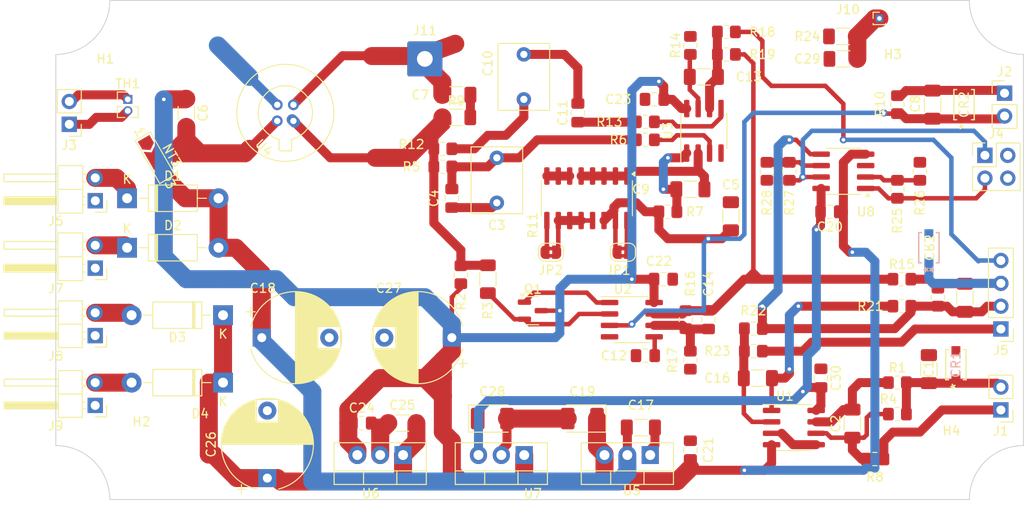
<source format=kicad_pcb>
(kicad_pcb (version 20241229) (generator "pcbnew") (generator_version "9.0")
  (layers (0 "F.Cu" signal) (4 "In1.Cu" mixed) (6 "In2.Cu" mixed) (2 "B.Cu" signal) (13 "F.Paste" user) (15 "B.Paste" user) (5 "F.SilkS" user "F.Silkscreen") (7 "B.SilkS" user "B.Silkscreen") (1 "F.Mask" user) (3 "B.Mask" user) (25 "Edge.Cuts" user))
  (net 0 "")
  (net 1 "Net-(C2-Pad2)")
  (net 2 "GND")
  (net 3 "+15V")
  (net 4 "Net-(C7-Pad1)")
  (net 5 "Net-(U1A--)")
  (net 6 "Net-(U3B--)")
  (net 7 "GNDZ")
  (net 8 "Net-(C3-Pad2)")
  (net 9 "/GND2F")
  (net 10 "Net-(U1B--)")
  (net 11 "Net-(D1-K)")
  (net 12 "+24V")
  (net 13 "Net-(C6-Pad2)")
  (net 14 "Net-(C9-Pad1)")
  (net 15 "Net-(J2-Pin_2)")
  (net 16 "Net-(C10-Pad2)")
  (net 17 "Net-(C13-Pad2)")
  (net 18 "Net-(C16-Pad2)")
  (net 19 "Net-(U1C-V-)")
  (net 20 "Net-(U1C-V+)")
  (net 21 "Net-(J10-Pin_1)")
  (net 22 "Net-(D2-K)")
  (net 23 "Net-(D4-A)")
  (net 24 "Net-(J3-Pin_2)")
  (net 25 "Net-(U3A--)")
  (net 26 "Net-(U2B-+)")
  (net 27 "/GND1F")
  (net 28 "/7V_force")
  (net 29 "Net-(U2B--)")
  (net 30 "Net-(D3-A)")
  (net 31 "Net-(D3-K)")
  (net 32 "Net-(J3-Pin_1)")
  (net 33 "/GND2S")
  (net 34 "Net-(Q1-B)")
  (net 35 "/7V_sense")
  (net 36 "/GND1S")
  (net 37 "Net-(U3A-+)")
  (net 38 "Net-(U3B-+)")
  (net 39 "Net-(C14-Pad2)")
  (net 40 "Net-(JP1-A)")
  (net 41 "Net-(JP2-B)")
  (net 42 "Net-(JP2-A)")
  (net 43 "Net-(Q1-E)")
  (net 44 "-12V")
  (net 45 "/GND400")
  (net 46 "/G1F100")
  (net 47 "Net-(U8A--)")
  (net 48 "Net-(U8B--)")
  (net 49 "/Vz")
  (footprint "Capacitor_Tantalum_SMD:CP_EIA-3528-12_Kemet-T_HandSolder" (layer "F.Cu") (at 78.5 66.5 180)
    (property "Reference" "C19")
    (property "Value" "100.0")
  )
  (footprint "MountingHole:MountingHole_3.2mm_M3" (layer "F.Cu") (at 117.5 24)
    (property "Reference" "H3")
    (property "Value" "3mm")
  )
  (footprint "Capacitor_SMD:C_0805_2012Metric_Pad1.18x1.45mm_HandSolder" (layer "F.Cu") (at 86.5 31 180)
    (property "Reference" "C23")
    (property "Value" "100n")
  )
  (footprint "Capacitor_Tantalum_SMD:CP_EIA-3528-12_Kemet-T_HandSolder" (layer "F.Cu") (at 68.5 66.5)
    (property "Reference" "C28")
    (property "Value" "100.0")
  )
  (footprint "Capacitor_SMD:C_1206_3216Metric_Pad1.33x1.80mm_HandSolder" (layer "F.Cu") (at 58.5 67 180)
    (property "Reference" "C25")
    (property "Value" "100n")
  )
  (footprint "Capacitor_SMD:C_0805_2012Metric_Pad1.18x1.45mm_HandSolder" (layer "F.Cu") (at 78 32.5 90)
    (property "Reference" "C11")
    (property "Value" "1n")
  )
  (footprint "Package_TO_SOT_SMD:SOT-23" (layer "F.Cu") (at 73 54.5)
    (property "Reference" "Q1")
    (property "Value" "BC817")
  )
  (footprint "Connector_PinHeader_2.54mm:PinHeader_1x02_P2.54mm_Vertical" (layer "F.Cu") (at 125.40625 30.3125)
    (property "Reference" "J2")
    (property "Value" "10V")
  )
  (footprint "Connector_Wire:SolderWire-1sqmm_1x01_D1.4mm_OD3.9mm" (layer "F.Cu") (at 61 26.5)
    (property "Reference" "J11")
    (property "Value" "Conn_01x01")
  )
  (footprint "Resistor_SMD:R_0805_2012Metric_Pad1.20x1.40mm_HandSolder" (layer "F.Cu") (at 111 71)
    (property "Reference" "R8")
    (property "Value" "4k7")
  )
  (footprint "Capacitor_SMD:C_1206_3216Metric_Pad1.33x1.80mm_HandSolder" (layer "F.Cu") (at 117 61 90)
    (property "Reference" "C1")
    (property "Value" "100n")
  )
  (footprint "Package_TO_SOT_THT:TO-220-3_Vertical" (layer "F.Cu") (at 58.58 70.555 180)
    (property "Reference" "U6")
    (property "Value" "LM7815_TO220")
  )
  (footprint "Connector_PinHeader_2.54mm:PinHeader_1x02_P2.54mm_Horizontal" (layer "F.Cu") (at 24.385 49.775 180)
    (property "Reference" "J7")
    (property "Value" "Conn_01x02_Male" (hide yes))
  )
  (footprint "Capacitor_SMD:C_1206_3216Metric_Pad1.33x1.80mm_HandSolder" (layer "F.Cu") (at 121 53.0668 -90)
    (property "Reference" "C15" (hide yes))
    (property "Value" "100p" (hide yes))
  )
  (footprint "Package_TO_SOT_THT:Analog_TO-46-4_ThermalShield" (layer "F.Cu") (at 46.398026 33.398026 135)
    (property "Reference" "U4")
    (property "Value" "LM399")
  )
  (footprint "Resistor_SMD:R_0805_2012Metric_Pad1.20x1.40mm_HandSolder" (layer "F.Cu") (at 88 43.5 180)
    (property "Reference" "R7")
    (property "Value" "100")
  )
  (footprint "Capacitor_THT:CP_Radial_D10.0mm_P7.50mm" (layer "F.Cu") (at 64 57.5 180)
    (property "Reference" "C27")
    (property "Value" "220.0")
  )
  (footprint "Resistor_SMD:R_0805_2012Metric_Pad1.20x1.40mm_HandSolder" (layer "F.Cu") (at 63 38.5)
    (property "Reference" "R5")
    (property "Value" "3k3")
  )
  (footprint "Package_SO:SOIC-8_3.9x4.9mm_P1.27mm" (layer "F.Cu") (at 84 55.5)
    (property "Reference" "U2")
    (property "Value" "OPA2209xD")
  )
  (footprint "Capacitor_SMD:C_0805_2012Metric_Pad1.18x1.45mm_HandSolder" (layer "F.Cu") (at 54 67)
    (property "Reference" "C24")
    (property "Value" "100n")
  )
  (footprint "Resistor_SMD:R_0805_2012Metric_Pad1.20x1.40mm_HandSolder" (layer "F.Cu") (at 65 50.5 90)
    (property "Reference" "R2")
    (property "Value" "100K")
  )
  (footprint "Capacitor_THT:CP_Radial_D10.0mm_P7.50mm" (layer "F.Cu") (at 43.5 73.117677 90)
    (property "Reference" "C26")
    (property "Value" "220.0")
  )
  (footprint "Capacitor_SMD:C_0805_2012Metric_Pad1.18x1.45mm_HandSolder" (layer "F.Cu") (at 105 62 -90)
    (property "Reference" "C30")
    (property "Value" "100n")
  )
  (footprint "Package_SO:SOIC-8_3.9x4.9mm_P1.27mm" (layer "F.Cu") (at 102 67.5)
    (property "Reference" "U1")
    (property "Value" "OPA2182xD")
  )
  (footprint "Diode_THT:D_DO-41_SOD81_P10.16mm_Horizontal" (layer "F.Cu") (at 27.92 47.5)
    (property "Reference" "D2")
    (property "Value" "1N4001")
  )
  (footprint "Connector_PinHeader_2.54mm:PinHeader_1x04_P2.54mm_Vertical" (layer "F.Cu") (at 125 56.54 180)
    (property "Reference" "J5")
    (property "Value" "7V")
  )
  (footprint "Resistor_SMD:R_0805_2012Metric_Pad1.20x1.40mm_HandSolder" (layer "F.Cu") (at 90.5 25 90)
    (property "Reference" "R14")
    (property "Value" "1k")
  )
  (footprint "Connector_PinHeader_2.54mm:PinHeader_1x02_P2.54mm_Horizontal" (layer "F.Cu") (at 24.375 65.04 180)
    (property "Reference" "J9")
    (property "Value" "Conn_01x02_Male" (hide yes))
  )
  (footprint "Resistor_SMD:R_1206_3216Metric_Pad1.30x1.75mm_HandSolder" (layer "F.Cu") (at 64.5 33)
    (property "Reference" "R9")
    (property "Value" "3")
  )
  (footprint "Capacitor_SMD:C_0805_2012Metric_Pad1.18x1.45mm_HandSolder" (layer "F.Cu") (at 64 42 -90)
    (property "Reference" "C4")
    (property "Value" "1n")
  )
  (footprint "Capacitor_SMD:C_1206_3216Metric_Pad1.33x1.80mm_HandSolder" (layer "F.Cu") (at 90.5 41)
    (property "Reference" "C9")
    (property "Value" "100n")
  )
  (footprint "Capacitor_THT:C_Rect_L7.2mm_W5.5mm_P5.00mm_FKS2_FKP2_MKS2_MKP2" (layer "F.Cu") (at 69 42.5 90)
    (property "Reference" "C3")
    (property "Value" "1.0")
  )
  (footprint "MountingHole:MountingHole_3.2mm_M3" (layer "F.Cu") (at 117.5 72)
    (property "Reference" "H4")
    (property "Value" "3mm")
  )
  (footprint "Resistor_SMD:R_0805_2012Metric_Pad1.20x1.40mm_HandSolder" (layer "F.Cu") (at 90 55.5 90)
    (property "Reference" "R16")
    (property "Value" "10k")
  )
  (footprint "Package_SO:SOIC-8_3.9x4.9mm_P1.27mm" (layer "F.Cu") (at 107.5 39 180)
    (property "Reference" "U8")
    (property "Value" "OPA2182xD")
  )
  (footprint "Connector_PinHeader_2.54mm:PinHeader_2x02_P2.54mm_Vertical" (layer "F.Cu") (at 123.225 37.225)
    (property "Reference" "J4")
    (property "Value" "Guards")
  )
  (footprint "Resistor_SMD:R_0805_2012Metric_Pad1.20x1.40mm_HandSolder" (layer "F.Cu") (at 113.5 31.5875 90)
    (property "Reference" "R10")
    (property "Value" "22k")
  )
  (footprint "Resistor_SMD:R_0805_2012Metric_Pad1.20x1.40mm_HandSolder" (layer "F.Cu") (at 63 36.5)
    (property "Reference" "R12")
    (property "Value" "3k3")
  )
  (footprint "Resistor_SMD:R_0805_2012Metric_Pad1.20x1.40mm_HandSolder" (layer "F.Cu") (at 114 54)
    (property "Reference" "R21")
    (property "Value" "100")
  )
  (footprint "TVS:ZDO_TPSMF4L5.0A_LTF-L" (layer "F.Cu") (at 120.90625 31.5875 90)
    (property "Reference" "CR2")
    (property "Value" "SZSMF4L12AT3G")
  )
  (footprint "Capacitor_SMD:C_1206_3216Metric_Pad1.33x1.80mm_HandSolder" (layer "F.Cu") (at 98 62)
    (property "Reference" "C16")
    (property "Value" "100n")
  )
  (footprint "Resistor_SMD:R_0805_2012Metric_Pad1.20x1.40mm_HandSolder" (layer "F.Cu") (at 113.5 62.5)
    (property "Reference" "R1")
    (property "Value" "220")
  )
  (footprint "Capacitor_SMD:C_1206_3216Metric_Pad1.33x1.80mm_HandSolder" (layer "F.Cu") (at 92 28.5 180)
    (property "Reference" "C13")
    (property "Value" "100n")
  )
  (footprint "Package_TO_SOT_THT:TO-220-3_Vertical" (layer "F.Cu") (at 86.04 70.555 180)
    (property "Reference" "U5")
    (property "Value" "LM7905_TO220")
  )
  (footprint "Capacitor_THT:C_Rect_L7.2mm_W5.5mm_P5.00mm_FKS2_FKP2_MKS2_MKP2" (layer "F.Cu") (at 72 26 -90)
    (property "Reference" "C10")
    (property "Value" "1.0")
  )
  (footprint "Capacitor_SMD:C_0805_2012Metric_Pad1.18x1.45mm_HandSolder" (layer "F.Cu") (at 106 43.5 180)
    (property "Reference" "C20")
    (property "Value" "100n")
  )
  (footprint "Capacitor_SMD:C_1206_3216Metric_Pad1.33x1.80mm_HandSolder" (layer "F.Cu") (at 95 44 90)
    (property "Reference" "C5")
    (property "Value" "1n")
  )
  (footprint "Resistor_SMD:R_1206_3216Metric_Pad1.30x1.75mm_HandSolder" (layer "F.Cu") (at 68 51 -90)
    (property "Reference" "R3")
    (property "Value" "2k7/910")
  )
  (footprint "Resistor_SMD:R_0805_2012Metric_Pad1.20x1.40mm_HandSolder" (layer "F.Cu") (at 114 51)
    (property "Reference" "R15")
    (property "Value" "100")
  )
  (footprint "TVS:ZDO_TPSMF4L5.0A_LTF-L" (layer "F.Cu") (at 120 60.5 90)
    (property "Reference" "CR1")
    (property "Value" "SZSMF4L6.5AT3G" (hide yes))
  )
  (footprint "Package_TO_SOT_THT:TO-220-3_Vertical" (layer "F.Cu") (at 72.04 70.555 180)
    (property "Reference" "U7")
    (property "Value" "LM7805_TO220")
  )
  (footprint "Jumper:SolderJumper-2_P1.3mm_Bridged2Bar_RoundedPad1.0x1.5mm" (layer "F.Cu") (at 83 48 180)
    (property "Reference" "JP1")
    (property "Value" "3k3/5k")
  )
  (footprint "Resistor_SMD:R_0805_2012Metric_Pad1.20x1.40mm_HandSolder" (layer "F.Cu") (at 85.5 35.5)
    (property "Reference" "R6")
    (property "Value" "33")
  )
  (footprint "Jumper:SolderJumper-3_P2.0mm_Open_TrianglePad1.0x1.5mm_NumberLabels" (layer "F.Cu") (at 31 37.5 -60)
    (property "Reference" "NT3")
    (property "Value" "NetTie_3")
  )
  (footprint "Resistor_SMD:R_0805_2012Metric_Pad1.20x1.40mm_HandSolder" (layer "F.Cu") (at 116 39 90)
    (property "Reference" "R26")
    (property "Value" "51")
  )
  (footprint "Capacitor_SMD:C_1206_3216Metric_Pad1.33x1.80mm_HandSolder" (layer "F.Cu") (at 85 67.5)
    (property "Reference" "C17")
    (property "Value" "100n")
  )
  (footprint "Capacitor_THT:CP_Radial_D10.0mm_P7.50mm" (layer "F.Cu") (at 42.882323 57.5)
    (property "Reference" "C18")
    (property "Value" "220.0")
  )
  (footprint "Resistor_SMD:R_0805_2012Metric_Pad1.20x1.40mm_HandSolder" (layer "F.Cu") (at 90.5 60 -90)
    (property "Reference" "R17")
    (property "Value" "22k")
  )
  (footprint "Capacitor_SMD:C_0805_2012Metric_Pad1.18x1.45mm_HandSolder" (layer "F.Cu") (at 87.5 51)
    (property "Reference" "C22")
    (property "Value" "100n")
  )
  (footprint "Resistor_SMD:R_0805_2012Metric_Pad1.20x1.40mm_HandSolder" (layer "F.Cu") (at 99 39 -90)
    (property "Reference" "R28")
    (property "Value" "51")
  )
  (footprint "Connector_PinHeader_2.54mm:PinHeader_1x02_P2.54mm_Vertical" (layer "F.Cu") (at 21.5 33.775 180)
    (property "Reference" "J3")
    (property "Value" "PT100")
  )
  (footprint "Diode_THT:D_DO-41_SOD81_P10.16mm_Horizontal" (layer "F.Cu") (at 38.58 62.5 180)
    (property "Reference" "D4")
    (property "Value" "1N4001")
  )
  (footprint "Capacitor_SMD:C_0805_2012Metric_Pad1.18x1.45mm_HandSolder" (layer "F.Cu") (at 85.5 59.5 180)
    (property "Reference" "C12")
    (property "Value" "1n")
  )
  (footprint "Capacitor_SMD:C_1206_3216Metric_Pad1.33x1.80mm_HandSolder" (layer "F.Cu") (at 64.5 30.5 180)
    (property "Reference" "C7")
    (property "Value" "330n")
  )
  (footprint "Jumper:SolderJumper-2_P1.3mm_Bridged2Bar_RoundedPad1.0x1.5mm" (layer "F.Cu") (at 75 48 180)
    (property "Reference" "JP2")
    (property "Value" "8k33/10k")
  )
  (footprint "Capacitor_SMD:C_1206_3216Metric_Pad1.33x1.80mm_HandSolder" (layer "F.Cu") (at 117.40625 31.5875 90)
    (property "Reference" "C8")
    (property "Value" "100n")
  )
  (footprint "Capacitor_SMD:C_0805_2012Metric_Pad1.18x1.45mm_HandSolder" (layer "F.Cu") (at 92.5 55.5 90)
    (property "Reference" "C14")
    (property "Value" "DNP")
  )
  (footprint "Diode_THT:D_DO-41_SOD81_P10.16mm_Horizontal" (layer "F.Cu") (at 27.92 42)
    (property "Reference" "D1")
    (property "Value" "1N4001")
  )
  (footprint "Resistor_SMD:R_0805_2012Metric_Pad1.20x1.40mm_HandSolder" (layer "F.Cu") (at 101.5 39 -90)
    (property "Reference" "R27")
    (property "Value" "51k")
  )
  (footprint "Capacitor_SMD:C_0805_2012Metric_Pad1.18x1.45mm_HandSolder" (layer "F.Cu") (at 90.5 70 90)
    (property "Reference" "C21")
    (property "Value" "100n")
  )
  (footprint "Capacitor_SMD:C_1206_3216Metric_Pad1.33x1.80mm_HandSolder" (layer "F.Cu") (at 108.5 67.0625 90)
    (property "Reference" "C2")
    (property "Value" "100n")
  )
  (footprint "Connector_PinHeader_1.00mm:PinHeader_1x01_P1.00mm_Vertical" (layer "F.Cu") (at 111.5 22)
    (property "Reference" "J10")
    (property "Value" "Conn_01x01_Male" (hide yes))
  )
  (footprint "Connector_PinHeader_2.54mm:PinHeader_1x02_P2.54mm_Horizontal" (layer "F.Cu") (at 24.375 57.275 180)
    (property "Reference" "J8")
    (property "Value" "Conn_01x02_Male" (hide yes))
  )
  (footprint "Package_SO:SOIC-8_3.9x4.9mm_P1.27mm" (layer "F.Cu") (at 92 34.5 90)
    (property "Reference" "U3")
    (property "Value" "OPA2182xD")
  )
  (footprint "NetTie:NetTie-2_SMD_Pad2.0mm" (layer "F.Cu") (at 62.5 25.5 -160)
    (property "Reference" "NT1" (hide yes))
    (property "Value" "NetTie_2" (hide yes))
  )
  (footprint "MountingHole:MountingHole_3.2mm_M3" (layer "F.Cu") (at 29.5 71)
    (property "Reference" "H2")
    (property "Value" "3mm")
  )
  (footprint "Resistor_SMD:R_0805_2012Metric_Pad1.20x1.40mm_HandSolder" (layer "F.Cu") (at 113.5 41 -90)
    (property "Reference" "R25")
    (property "Value" "220k")
  )
  (footprint "MountingHole:MountingHole_3.2mm_M3" (layer "F.Cu") (at 29.5 24.5)
    (property "Reference" "H1")
    (property "Value" "3mm")
  )
  (footprint "Resistor_SMD:R_0805_2012Metric_Pad1.20x1.40mm_HandSolder" (layer "F.Cu") (at 94.5 26)
    (property "Reference" "R19")
    (property "Value" "220k")
  )
  (footprint "Resistor_SMD:R_0805_2012Metric_Pad1.20x1.40mm_HandSolder" (layer "F.Cu") (at 97.5 56.5)
    (property "Reference" "R22")
    (property "Value" "220k")
  )
  (footprint "Resistor_SMD:R_0805_2012Metric_Pad1.20x1.40mm_HandSolder" (layer "F.Cu") (at 85.5 33.5)
    (property "Reference" "R13")
    (property "Value" "33")
  )
  (footprint "Resistor_SMD:R_1206_3216Metric_Pad1.30x1.75mm_HandSolder" (layer "F.Cu") (at 107.45 24 180)
    (property "Reference" "R24")
    (property "Value" "47k")
  )
  (footprint "Resistor_SMD:R_0805_2012Metric_Pad1.20x1.40mm_HandSolder" (layer "F.Cu") (at 97.5 59)
    (property "Reference" "R23")
    (property "Value" "4k7")
  )
  (footprint "Diode_THT:D_DO-41_SOD81_P10.16mm_Horizontal" (layer "F.Cu") (at 38.58 55 180)
    (property "Reference" "D3")
    (property "Value" "1N4001")
  )
  (footprint "Capacitor_SMD:C_1206_3216Metric_Pad1.33x1.80mm_HandSolder" (layer "F.Cu") (at 34.5 32.5 -90)
    (property "Reference" "C6")
    (property "Value" "100n")
  )
  (footprint "Resistor_SMD:R_0805_2012Metric_Pad1.20x1.40mm_HandSolder" (layer "F.Cu") (at 118 53 -90)
    (property "Reference" "R20" (hide yes))
    (property "Value" "DNP")
  )
  (footprint "Resistor_SMD:R_0805_2012Metric_Pad1.20x1.40mm_HandSolder" (layer "F.Cu") (at 94.5 23.5)
    (property "Reference" "R18")
    (property "Value" "4k7")
  )
  (footprint "Package_SO:SOIC-16_3.9x9.9mm_P1.27mm" (layer "F.Cu") (at 79 42 -90)
    (property "Reference" "R11")
    (property "Value" "NOMCT16031002AT1")
  )
  (footprint "Resistor_SMD:R_0805_2012Metric_Pad1.20x1.40mm_HandSolder" (layer "F.Cu") (at 113.5 66)
    (property "Reference" "R4")
    (property "Value" "220k")
  )
  (footprint "Connector_PinHeader_1.27mm:PinHeader_1x02_P1.27mm_Vertical" (layer "F.Cu") (at 28 31)
    (property "Reference" "TH1")
    (property "Value" "PT1000")
  )
  (footprint "Connector_PinHeader_2.54mm:PinHeader_1x02_P2.54mm_Vertical" (layer "F.Cu") (at 125 65.54 180)
    (property "Reference" "J1")
    (property "Value" "GNDF_SPARE")
  )
  (footprint "Connector_PinHeader_2.54mm:PinHeader_1x02_P2.54mm_Horizontal" (layer "F.Cu") (at 24.385 42.275 180)
    (property "Reference" "J6")
    (property "Value" "Conn_01x02_Male" (hide yes))
  )
  (footprint "Resistor_SMD:R_1206_3216Metric_Pad1.30x1.75mm_HandSolder" (layer "F.Cu") (at 107.5 26.5 180)
    (property "Reference" "C29")
    (property "Value" "100")
  )
  (footprint "TVS:ZDO_TPSMF4L5.0A_LTF-L" (layer "B.Cu") (at 117 47.5 90)
    (property "Reference" "CR3" (hide yes))
    (property "Value" "SZSMF4L8.5AT3G" (hide yes))
  )
  (footprint "NetTie:NetTie-2_SMD_Pad2.0mm" (layer "B.Cu") (at 36.5 51 180)
    (property "Reference" "NT2" (hide yes))
    (property "Value" "NetTie_2" (hide yes))
  )
  (gr_line (start 20 69.5) (end 20 26) (stroke (width 0.1)) (layer "Edge.Cuts"))
  (gr_arc (start 127.5 26) (mid 123.257359 24.242641) (end 121.5 20) (stroke (width 0.1)) (layer "Edge.Cuts"))
  (gr_line (start 26 20) (end 121.5 20) (stroke (width 0.1)) (layer "Edge.Cuts"))
  (gr_line (start 121.5 75.5) (end 26 75.5) (stroke (width 0.1)) (layer "Edge.Cuts"))
  (gr_arc (start 26 20) (mid 24.242641 24.242641) (end 20 26) (stroke (width 0.1)) (layer "Edge.Cuts"))
  (gr_arc (start 121.5 75.5) (mid 123.257359 71.257359) (end 127.5 69.5) (stroke (width 0.1)) (layer "Edge.Cuts"))
  (gr_arc (start 19.999996 69.499996) (mid 24.24264 71.257356) (end 26 75.5) (stroke (width 0.1)) (layer "Edge.Cuts"))
  (gr_line (start 127.5 26) (end 127.5 69.5) (stroke (width 0.1)) (layer "Edge.Cuts"))
  (segment (start 108.5 63.3) (end 108.5 65.5) (width 1) (layer "F.Cu") (net 1))
  (segment (start 109.3 62.5) (end 108.5 63.3) (width 1) (layer "F.Cu") (net 1))
  (segment (start 104.475 66.865) (end 106.135 66.865) (width 1) (layer "F.Cu") (net 1))
  (segment (start 107.5 65.5) (end 108.5 65.5) (width 1) (layer "F.Cu") (net 1))
  (segment (start 106.135 66.865) (end 107.5 65.5) (width 1) (layer "F.Cu") (net 1))
  (segment (start 112.5 62.5) (end 109.3 62.5) (width 1) (layer "F.Cu") (net 1))
  (segment (start 76.8725 66.5) (end 70.1275 66.5) (width 2) (layer "F.Cu") (net 2))
  (segment (start 56.04 67.8975) (end 56.9375 67) (width 2) (layer "F.Cu") (net 2))
  (segment (start 86.04 69.96) (end 86.5625 69.4375) (width 1) (layer "F.Cu") (net 2))
  (segment (start 86.04 70.555) (end 86.04 69.96) (width 1) (layer "F.Cu") (net 2))
  (segment (start 55.0375 67) (end 56.9375 67) (width 1) (layer "F.Cu") (net 2))
  (segment (start 69.5 70) (end 70.1275 69.3725) (width 1) (layer "F.Cu") (net 2))
  (segment (start 86.5625 69.4375) (end 86.5625 67.5) (width 1) (layer "F.Cu") (net 2))
  (segment (start 69.5 70.555) (end 69.5 70) (width 1) (layer "F.Cu") (net 2))
  (segment (start 56.04 70.555) (end 56.04 67.8975) (width 2) (layer "F.Cu") (net 2))
  (segment (start 70.1275 69.3725) (end 70.1275 66.5) (width 1) (layer "F.Cu") (net 2))
  (segment (start 61 62) (end 63 62) (width 2) (layer "F.Cu") (net 3))
  (segment (start 52.5 69) (end 52.5 67) (width 2) (layer "F.Cu") (net 3))
  (segment (start 71.5 73.5) (end 65 73.5) (width 2) (layer "F.Cu") (net 3))
  (segment (start 64 53) (end 64 57.5) (width 0.5) (layer "F.Cu") (net 3))
  (segment (start 84 51) (end 86.4625 51) (width 1) (layer "F.Cu") (net 3))
  (segment (start 61 62) (end 63 64) (width 2) (layer "F.Cu") (net 3))
  (segment (start 86.4625 53.5825) (end 86.475 53.595) (width 1) (layer "F.Cu") (net 3))
  (segment (start 64 59) (end 64 57.5) (width 2) (layer "F.Cu") (net 3))
  (segment (start 88.5 31) (end 89.525 32.025) (width 1) (layer "F.Cu") (net 3))
  (segment (start 63 68) (end 63 64) (width 2) (layer "F.Cu") (net 3))
  (segment (start 65 51.5) (end 65 52) (width 0.5) (layer "F.Cu") (net 3))
  (segment (start 65 73.5) (end 64 72.5) (width 2) (layer "F.Cu") (net 3))
  (segment (start 65 52) (end 64 53) (width 0.5) (layer "F.Cu") (net 3))
  (segment (start 61 62) (end 63 60) (width 2) (layer "F.Cu") (net 3))
  (segment (start 64 72.5) (end 64 69) (width 2) (layer "F.Cu") (net 3))
  (segment (start 64 69) (end 63 68) (width 2) (layer "F.Cu") (net 3))
  (segment (start 87.5375 29.5375) (end 87 29) (width 1) (layer "F.Cu") (net 3))
  (segment (start 63 60) (end 64 59) (width 2) (layer "F.Cu") (net 3))
  (segment (start 73.9375 54.5) (end 76 54.5) (width 0.5) (layer "F.Cu") (net 3))
  (segment (start 53.5 70.555) (end 53.5 70) (width 2) (layer "F.Cu") (net 3))
  (segment (start 63 62) (end 63 60) (width 2) (layer "F.Cu") (net 3))
  (segment (start 63 64) (end 63 62) (width 2) (layer "F.Cu") (net 3))
  (segment (start 86.4625 51) (end 86.4625 53.5825) (width 1) (layer "F.Cu") (net 3))
  (segment (start 72.04 72.96) (end 71.5 73.5) (width 2) (layer "F.Cu") (net 3))
  (segment (start 52.5 65.5) (end 56 62) (width 2) (layer "F.Cu") (net 3))
  (segment (start 87.5375 31) (end 87.5375 29.5375) (width 1) (layer "F.Cu") (net 3))
  (segment (start 52.5 67) (end 52.5 65.5) (width 2) (layer "F.Cu") (net 3))
  (segment (start 72.04 70.555) (end 72.04 72.96) (width 2) (layer "F.Cu") (net 3))
  (segment (start 53.5 70) (end 52.5 69) (width 2) (layer "F.Cu") (net 3))
  (segment (start 52.9625 67) (end 52.5 67) (width 1) (layer "F.Cu") (net 3))
  (segment (start 87.5375 31) (end 88.5 31) (width 1) (layer "F.Cu") (net 3))
  (segment (start 89.525 32.025) (end 90.095 32.025) (width 1) (layer "F.Cu") (net 3))
  (segment (start 56 62) (end 61 62) (width 2) (layer "F.Cu") (net 3))
  (via (at 84 51) (size 0.8) (drill 0.4) (layers "F.Cu" "B.Cu") (net 3))
  (via (at 87 29) (size 0.8) (drill 0.4) (layers "F.Cu" "B.Cu") (net 3))
  (via (at 76 54.5) (size 0.8) (drill 0.4) (layers "F.Cu" "B.Cu") (net 3))
  (segment (start 87 29) (end 85 29) (width 1) (layer "B.Cu") (net 3))
  (segment (start 46.5 53) (end 61 53) (width 2) (layer "B.Cu") (net 3))
  (segment (start 85 29) (end 84 30) (width 1) (layer "B.Cu") (net 3))
  (segment (start 76 57) (end 76 54.5) (width 1) (layer "B.Cu") (net 3))
  (segment (start 64 56) (end 64 57.5) (width 2) (layer "B.Cu") (net 3))
  (segment (start 83 51) (end 84 51) (width 1) (layer "B.Cu") (net 3))
  (segment (start 76 52) (end 77 51) (width 1) (layer "B.Cu") (net 3))
  (segment (start 77 51) (end 83 51) (width 1) (layer "B.Cu") (net 3))
  (segment (start 84 50) (end 83 51) (width 1) (layer "B.Cu") (net 3))
  (segment (start 44.5 51) (end 46.5 53) (width 2) (layer "B.Cu") (net 3))
  (segment (start 38.500001 51) (end 44.5 51) (width 2) (layer "B.Cu") (net 3))
  (segment (start 84 50) (end 84 51) (width 1) (layer "B.Cu") (net 3))
  (segment (start 76 54.5) (end 76 52) (width 1) (layer "B.Cu") (net 3))
  (segment (start 61 53) (end 64 56) (width 2) (layer "B.Cu") (net 3))
  (segment (start 64 57.5) (end 75.5 57.5) (width 1) (layer "B.Cu") (net 3))
  (segment (start 75.5 57.5) (end 76 57) (width 1) (layer "B.Cu") (net 3))
  (segment (start 84 30) (end 84 50) (width 1) (layer "B.Cu") (net 3))
  (segment (start 66.0625 32.9375) (end 66 33) (width 1) (layer "F.Cu") (net 4))
  (segment (start 66.0625 30.5) (end 66.0625 32.9875) (width 1) (layer "F.Cu") (net 4))
  (segment (start 66.0625 32.9875) (end 66.05 33) (width 1) (layer "F.Cu") (net 4))
  (segment (start 97.365 66.865) (end 96.4375 65.9375) (width 0.5) (layer "F.Cu") (net 5))
  (segment (start 96.4375 65.9375) (end 96.4375 62) (width 0.5) (layer "F.Cu") (net 5))
  (segment (start 99.525 66.865) (end 97.365 66.865) (width 0.5) (layer "F.Cu") (net 5))
  (segment (start 96.4375 59.0625) (end 96.5 59) (width 1) (layer "F.Cu") (net 5))
  (segment (start 96.4375 62) (end 96.4375 59.0625) (width 1) (layer "F.Cu") (net 5))
  (segment (start 96.5 59) (end 96.5 56.5) (width 1) (layer "F.Cu") (net 5))
  (segment (start 93.5 26) (end 93.5 28.4375) (width 1) (layer "F.Cu") (net 6))
  (segment (start 93.5625 28.5) (end 92.635 29.4275) (width 1) (layer "F.Cu") (net 6))
  (segment (start 93.5 23.5) (end 93.5 26) (width 1) (layer "F.Cu") (net 6))
  (segment (start 92.635 29.4275) (end 92.635 32.025) (width 1) (layer "F.Cu") (net 6))
  (segment (start 93.5 28.4375) (end 93.5625 28.5) (width 1) (layer "F.Cu") (net 6))
  (segment (start 54.975 26.15) (end 51.850001 26.15) (width 1) (layer "F.Cu") (net 7))
  (segment (start 77.095 39.525) (end 74.555 39.525) (width 1) (layer "F.Cu") (net 7))
  (segment (start 64 43.0375) (end 68.4625 43.0375) (width 1) (layer "F.Cu") (net 7))
  (segment (start 76.5 26) (end 72 26) (width 1) (layer "F.Cu") (net 7))
  (segment (start 55.025 26.1) (end 54.975 26.15) (width 1) (layer "F.Cu") (net 7))
  (segment (start 117.43125 30) (end 117.40625 30.025) (width 1) (layer "F.Cu") (net 7))
  (segment (start 62.9375 30.5) (end 62.9375 29.062232) (width 2) (layer "F.Cu") (net 7))
  (segment (start 62.9375 29.062232) (end 60.620615 26.745347) (width 2) (layer "F.Cu") (net 7))
  (segment (start 78 27.5) (end 76.5 26) (width 1) (layer "F.Cu") (net 7))
  (segment (start 120.90625 30) (end 117.43125 30) (width 1) (layer "F.Cu") (net 7))
  (segment (start 60.620615 26.18404) (end 60.68404 26.18404) (width 2) (layer "F.Cu") (net 7))
  (segment (start 114.46875 30.025) (end 113.90625 30.5875) (width 1) (layer "F.Cu") (net 7))
  (segment (start 55.10904 26.18404) (end 60.620615 26.18404) (width 2) (layer "F.Cu") (net 7))
  (segment (start 100.635 68.135) (end 99.525 68.135) (width 0.5) (layer "F.Cu") (net 7))
  (segment (start 51.850001 26.15) (end 46.398026 31.601975) (width 1) (layer "F.Cu") (net 7))
  (segment (start 117.40625 30.025) (end 114.46875 30.025) (width 1) (layer "F.Cu") (net 7))
  (segment (start 68.4625 43.0375) (end 69 42.5) (width 1) (layer "F.Cu") (net 7))
  (segment (start 78 31.4625) (end 78 27.5) (width 1) (layer "F.Cu") (net 7))
  (segment (start 100.635 68.135) (end 101.905 69.405) (width 1) (layer "F.Cu") (net 7))
  (segment (start 125.40625 30.3125) (end 125.09375 30) (width 1) (layer "F.Cu") (net 7))
  (segment (start 60.620615 26.745347) (end 60.620615 26.18404) (width 2) (layer "F.Cu") (net 7))
  (segment (start 101.905 69.405) (end 104.475 69.405) (width 1) (layer "F.Cu") (net 7))
  (segment (start 125.09375 30) (end 120.90625 30) (width 1) (layer "F.Cu") (net 7))
  (segment (start 64 40.9625) (end 64 38.5) (width 1) (layer "F.Cu") (net 8))
  (segment (start 64 38.5) (end 68 38.5) (width 1) (layer "F.Cu") (net 8))
  (segment (start 69 37.5) (end 71.5 37.5) (width 1) (layer "F.Cu") (net 8))
  (segment (start 71.5 37.5) (end 73.5 35.5) (width 1) (layer "F.Cu") (net 8))
  (segment (start 73.5 35.5) (end 84.5 35.5) (width 1) (layer "F.Cu") (net 8))
  (segment (start 68 38.5) (end 69 37.5) (width 1) (layer "F.Cu") (net 8))
  (segment (start 116.9375 62.5) (end 117 62.5625) (width 1) (layer "F.Cu") (net 9))
  (segment (start 124.5625 62.5625) (end 125 63) (width 1) (layer "F.Cu") (net 9))
  (segment (start 117 62.5625) (end 120 62.5625) (width 1) (layer "F.Cu") (net 9))
  (segment (start 114.5 66) (end 114.5 62.5) (width 1) (layer "F.Cu") (net 9))
  (segment (start 120 62.0875) (end 120 62.5625) (width 1) (layer "F.Cu") (net 9))
  (segment (start 114.5 62.5) (end 116.9375 62.5) (width 1) (layer "F.Cu") (net 9))
  (segment (start 120 62.5625) (end 124.5625 62.5625) (width 1) (layer "F.Cu") (net 9))
  (segment (start 108.5 70) (end 108.5 68.625) (width 1) (layer "F.Cu") (net 10))
  (segment (start 108.5 68.625) (end 106.125 68.625) (width 0.5) (layer "F.Cu") (net 10))
  (segment (start 109.775 68.625) (end 108.5 68.625) (width 0.5) (layer "F.Cu") (net 10))
  (segment (start 106.125 68.625) (end 105.635 68.135) (width 0.5) (layer "F.Cu") (net 10))
  (segment (start 110 71) (end 109.5 71) (width 1) (layer "F.Cu") (net 10))
  (segment (start 110.1 68.3) (end 109.775 68.625) (width 0.5) (layer "F.Cu") (net 10))
  (segment (start 109.5 71) (end 108.5 70) (width 1) (layer "F.Cu") (net 10))
  (segment (start 110.5 66) (end 110.1 66.4) (width 0.5) (layer "F.Cu") (net 10))
  (segment (start 105.635 68.135) (end 104.475 68.135) (width 0.5) (layer "F.Cu") (net 10))
  (segment (start 112.5 66) (end 110.5 66) (width 0.5) (layer "F.Cu") (net 10))
  (segment (start 110.1 66.4) (end 110.1 68.3) (width 0.5) (layer "F.Cu") (net 10))
  (segment (start 27.92 40.92) (end 26.735 39.735) (width 2) (layer "F.Cu") (net 11))
  (segment (start 26.735 39.735) (end 24.385 39.735) (width 2) (layer "F.Cu") (net 11))
  (segment (start 27.92 42) (end 27.92 40.92) (width 2) (layer "F.Cu") (net 11))
  (segment (start 34.4375 30.9375) (end 34.5 30.9375) (width 2) (layer "F.Cu") (net 12))
  (segment (start 34.375 31) (end 34.4375 30.9375) (width 2) (layer "F.Cu") (net 12))
  (segment (start 32 31) (end 34.375 31) (width 2) (layer "F.Cu") (net 12))
  (via (at 32 31) (size 0.8) (drill 0.4) (layers "F.Cu" "B.Cu") (net 12))
  (segment (start 32 31) (end 32 48.500001) (width 2) (layer "B.Cu") (net 12))
  (segment (start 44.601975 31.601975) (end 41.5 28.5) (width 1) (layer "B.Cu") (net 12))
  (segment (start 41.5 28.5) (end 38 25) (width 2) (layer "B.Cu") (net 12))
  (segment (start 32 48.500001) (end 34.499999 51) (width 2) (layer "B.Cu") (net 12))
  (segment (start 34.5 34.0625) (end 34.5 35.5) (width 2) (layer "F.Cu") (net 13))
  (segment (start 31.839143 37) (end 31.679107 37.160036) (width 2) (layer "F.Cu") (net 13))
  (segment (start 44.601975 33.398026) (end 41.5 36.5) (width 1) (layer "F.Cu") (net 13))
  (segment (start 36 37) (end 34.5 37) (width 2) (layer "F.Cu") (net 13))
  (segment (start 41 37) (end 36 37) (width 2) (layer "F.Cu") (net 13))
  (segment (start 34.5 37) (end 33 37) (width 2) (layer "F.Cu") (net 13))
  (segment (start 34.5 35.5) (end 36 37) (width 2) (layer "F.Cu") (net 13))
  (segment (start 41.5 36.5) (end 41 37) (width 2) (layer "F.Cu") (net 13))
  (segment (start 33 37) (end 31.839143 37) (width 2) (layer "F.Cu") (net 13))
  (segment (start 34.5 35.5) (end 34.5 37) (width 2) (layer "F.Cu") (net 13))
  (segment (start 34.5 35.5) (end 33 37) (width 2) (layer "F.Cu") (net 13))
  (segment (start 89 41.0625) (end 88.9375 41) (width 1) (layer "F.Cu") (net 14))
  (segment (start 88 37.5) (end 89.57 37.5) (width 1) (layer "F.Cu") (net 14))
  (segment (start 89.57 37.5) (end 90.095 36.975) (width 1) (layer "F.Cu") (net 14))
  (segment (start 89 43.5) (end 89 41.0625) (width 1) (layer "F.Cu") (net 14))
  (segment (start 88.9375 41) (end 87.5 41) (width 1) (layer "F.Cu") (net 14))
  (via (at 88 37.5) (size 0.8) (drill 0.4) (layers "F.Cu" "B.Cu") (net 14))
  (via (at 87.5 41) (size 0.8) (drill 0.4) (layers "F.Cu" "B.Cu") (net 14))
  (segment (start 87.5 38) (end 88 37.5) (width 1) (layer "B.Cu") (net 14))
  (segment (start 87.5 41) (end 87.5 38) (width 1) (layer "B.Cu") (net 14))
  (segment (start 82 43.38) (end 82 43) (width 1) (layer "F.Cu") (net 15))
  (segment (start 82 43) (end 82.5 42.5) (width 1) (layer "F.Cu") (net 15))
  (segment (start 120.90625 33.175) (end 117.43125 33.175) (width 1) (layer "F.Cu") (net 15))
  (segment (start 112.0875 32.5875) (end 113.5 32.5875) (width 0.5) (layer "F.Cu") (net 15))
  (segment (start 114.46875 33.15) (end 113.90625 32.5875) (width 1) (layer "F.Cu") (net 15))
  (segment (start 88 46.5) (end 87 45.5) (width 1) (layer "F.Cu") (net 15))
  (segment (start 82.175 47.825) (end 82.35 48) (width 0.5) (layer "F.Cu") (net 15))
  (segment (start 112 32.5) (end 112.0875 32.5875) (width 0.5) (layer "F.Cu") (net 15))
  (segment (start 83.865 56.135) (end 84 56) (width 0.5) (layer "F.Cu") (net 15))
  (segment (start 84.5 42.5) (end 85.5 43.5) (width 1) (layer "F.Cu") (net 15))
  (segment (start 87 45.5) (end 87 43.5) (width 1) (layer "F.Cu") (net 15))
  (segment (start 82.5 42.5) (end 84.5 42.5) (width 1) (layer "F.Cu") (net 15))
  (segment (start 117.43125 33.175) (end 117.40625 33.15) (width 1) (layer "F.Cu") (net 15))
  (segment (start 125.08375 33.175) (end 120.90625 33.175) (width 1) (layer "F.Cu") (net 15))
  (segment (start 82.175 44.475) (end 82.175 47.825) (width 0.5) (layer "F.Cu") (net 15))
  (segment (start 94.9375 45.5625) (end 94 46.5) (width 1) (layer "F.Cu") (net 15))
  (segment (start 95 45.5625) (end 94.9375 45.5625) (width 1) (layer "F.Cu") (net 15))
  (segment (start 117.40625 33.15) (end 114.46875 33.15) (width 1) (layer "F.Cu") (net 15))
  (segment (start 94 46.5) (end 92.5 46.5) (width 1) (layer "F.Cu") (net 15))
  (segment (start 125.40625 32.8525) (end 125.08375 33.175) (width 1) (layer "F.Cu") (net 15))
  (segment (start 80.905 44.475) (end 82 43.38) (width 1) (layer "F.Cu") (net 15))
  (segment (start 92.5 46.5) (end 88 46.5) (width 1) (layer "F.Cu") (net 15))
  (segment (start 85.5 43.5) (end 87 43.5) (width 1) (layer "F.Cu") (net 15))
  (segment (start 81.525 56.135) (end 83.865 56.135) (width 0.5) (layer "F.Cu") (net 15))
  (via (at 92.5 46.5) (size 0.8) (drill 0.4) (layers "F.Cu" "B.Cu") (net 15))
  (via (at 84 56) (size 0.8) (drill 0.4) (layers "F.Cu" "B.Cu") (net 15))
  (via (at 112 32.5) (size 0.8) (drill 0.4) (layers "F.Cu" "B.Cu") (net 15))
  (segment (start 92 54.5) (end 92 47) (width 0.5) (layer "B.Cu") (net 15))
  (segment (start 96.5 33.5) (end 96.5 46) (width 0.5) (layer "B.Cu") (net 15))
  (segment (start 96 46.5) (end 92.5 46.5) (width 0.5) (layer "B.Cu") (net 15))
  (segment (start 97.5 32.5) (end 96.5 33.5) (width 0.5) (layer "B.Cu") (net 15))
  (segment (start 84 56) (end 85.5 54.5) (width 0.5) (layer "B.Cu") (net 15))
  (segment (start 92 47) (end 92.5 46.5) (width 0.5) (layer "B.Cu") (net 15))
  (segment (start 85.5 54.5) (end 92 54.5) (width 0.5) (layer "B.Cu") (net 15))
  (segment (start 112 32.5) (end 97.5 32.5) (width 0.5) (layer "B.Cu") (net 15))
  (segment (start 96.5 46) (end 96 46.5) (width 0.5) (layer "B.Cu") (net 15))
  (segment (start 72 31) (end 72 33) (width 1) (layer "F.Cu") (net 16))
  (segment (start 72 33) (end 70 35) (width 1) (layer "F.Cu") (net 16))
  (segment (start 70 35) (end 68 35) (width 1) (layer "F.Cu") (net 16))
  (segment (start 68 35) (end 66.5 36.5) (width 1) (layer "F.Cu") (net 16))
  (segment (start 78 33.5375) (end 84.4625 33.5375) (width 1) (layer "F.Cu") (net 16))
  (segment (start 84.4625 33.5375) (end 84.5 33.5) (width 1) (layer "F.Cu") (net 16))
  (segment (start 66.5 36.5) (end 64 36.5) (width 1) (layer "F.Cu") (net 16))
  (segment (start 90.4375 28.5) (end 90.4375 26.0625) (width 0.5) (layer "F.Cu") (net 17))
  (segment (start 90.4375 26.0625) (end 90.5 26) (width 0.5) (layer "F.Cu") (net 17))
  (segment (start 91.365 30.865) (end 91.365 32.025) (width 0.5) (layer "F.Cu") (net 17))
  (segment (start 90.4375 28.5) (end 90.4375 29.9375) (width 0.5) (layer "F.Cu") (net 17))
  (segment (start 90.4375 29.9375) (end 91.365 30.865) (width 0.5) (layer "F.Cu") (net 17))
  (segment (start 99.525 62.0375) (end 99.5625 62) (width 0.5) (layer "F.Cu") (net 18))
  (segment (start 101.5 61) (end 101.5 61.5) (width 1) (layer "F.Cu") (net 18))
  (segment (start 113 54) (end 102.5 54) (width 1) (layer "F.Cu") (net 18))
  (segment (start 101 62) (end 99.5625 62) (width 1) (layer "F.Cu") (net 18))
  (segment (start 101.5 61.5) (end 101 62) (width 1) (layer "F.Cu") (net 18))
  (segment (start 99.525 65.595) (end 99.525 62.0375) (width 0.5) (layer "F.Cu") (net 18))
  (via (at 102.5 54) (size 0.8) (drill 0.4) (layers "F.Cu" "B.Cu") (net 18))
  (via (at 101.5 61) (size 0.8) (drill 0.4) (layers "F.Cu" "B.Cu") (net 18))
  (segment (start 101.5 55) (end 101.5 61) (width 1) (layer "B.Cu") (net 18))
  (segment (start 102.5 54) (end 101.5 55) (width 1) (layer "B.Cu") (net 18))
  (segment (start 89.04 73.46) (end 90.25 72.25) (width 2) (layer "F.Cu") (net 19))
  (segment (start 99.525 69.405) (end 99.525 71.475) (width 1) (layer "F.Cu") (net 19))
  (segment (start 90.25 72.25) (end 96.5 72.25) (width 1) (layer "F.Cu") (net 19))
  (segment (start 108.5 48) (end 108.2 48) (width 1) (layer "F.Cu") (net 19))
  (segment (start 99.525 71.475) (end 98.75 72.25) (width 1) (layer "F.Cu") (net 19))
  (segment (start 107.5 43.5) (end 107.5 38) (width 1) (layer "F.Cu") (net 19))
  (segment (start 80.96 73.46) (end 89.04 73.46) (width 2) (layer "F.Cu") (net 19))
  (segment (start 108.2 48) (end 107.5 47.3) (width 1) (layer "F.Cu") (net 19))
  (segment (start 80.96 70.46) (end 80.1275 69.6275) (width 2) (layer "F.Cu") (net 19))
  (segment (start 98.75 72.25) (end 96.5 72.25) (width 1) (layer "F.Cu") (net 19))
  (segment (start 107.0375 43.5) (end 107.5 43.5) (width 1) (layer "F.Cu") (net 19))
  (segment (start 80.1275 69.6275) (end 80.1275 66.5) (width 2) (layer "F.Cu") (net 19))
  (segment (start 107.5 47.3) (end 107.5 43.5) (width 1) (layer "F.Cu") (net 19))
  (segment (start 80.96 70.555) (end 80.96 73.46) (width 2) (layer "F.Cu") (net 19))
  (segment (start 80.96 70.555) (end 80.96 70.46) (width 2) (layer "F.Cu") (net 19))
  (segment (start 108.405 37.095) (end 109.975 37.095) (width 1) (layer "F.Cu") (net 19))
  (segment (start 90.25 72.25) (end 90.5 72) (width 2) (layer "F.Cu") (net 19))
  (segment (start 107.5 38) (end 108.405 37.095) (width 1) (layer "F.Cu") (net 19))
  (via (at 108.5 48) (size 0.8) (drill 0.4) (layers "F.Cu" "B.Cu") (net 19))
  (via (at 96.5 72.25) (size 0.8) (drill 0.4) (layers "F.Cu" "B.Cu") (net 19))
  (segment (start 110.5 48.5) (end 110 48) (width 1) (layer "B.Cu") (net 19))
  (segment (start 110 72) (end 111 72) (width 1) (layer "B.Cu") (net 19))
  (segment (start 96.5 72.25) (end 109.75 72.25) (width 1) (layer "B.Cu") (net 19))
  (segment (start 109.75 72.25) (end 110 72) (width 1) (layer "B.Cu") (net 19))
  (segment (start 111 72) (end 111 49) (width 1) (layer "B.Cu") (net 19))
  (segment (start 111 49) (end 110.5 48.5) (width 1) (layer "B.Cu") (net 19))
  (segment (start 110 48) (end 108.5 48) (width 1) (layer "B.Cu") (net 19))
  (segment (start 105 65.07) (end 105 63.0375) (width 1) (layer "F.Cu") (net 20))
  (segment (start 104.9625 45.0375) (end 104.5 45.5) (width 1) (layer "F.Cu") (net 20))
  (segment (start 104.9625 43.5) (end 104.9625 45.0375) (width 1) (layer "F.Cu") (net 20))
  (segment (start 104.475 65.595) (end 105 65.07) (width 1) (layer "F.Cu") (net 20))
  (segment (start 105 63.0375) (end 103.4625 63.0375) (width 1) (layer "F.Cu") (net 20))
  (segment (start 105.025 40.905) (end 105.025 43.4375) (width 1) (layer "F.Cu") (net 20))
  (segment (start 103.4625 63.0375) (end 103 63.5) (width 1) (layer "F.Cu") (net 20))
  (segment (start 66.96 70.555) (end 66.96 66.5875) (width 1) (layer "F.Cu") (net 20))
  (segment (start 66.96 66.5875) (end 66.8725 66.5) (width 1) (layer "F.Cu") (net 20))
  (segment (start 105.025 43.4375) (end 104.9625 43.5) (width 1) (layer "F.Cu") (net 20))
  (via (at 103 63.5) (size 0.8) (drill 0.4) (layers "F.Cu" "B.Cu") (net 20))
  (via (at 104.5 45.5) (size 0.8) (drill 0.4) (layers "F.Cu" "B.Cu") (net 20))
  (segment (start 68 64.5) (end 66.96 65.54) (width 1) (layer "B.Cu") (net 20))
  (segment (start 103 63.5) (end 102 64.5) (width 1) (layer "B.Cu") (net 20))
  (segment (start 102 64.5) (end 68 64.5) (width 1) (layer "B.Cu") (net 20))
  (segment (start 103.5 59.5) (end 104.5 58.5) (width 1) (layer "B.Cu") (net 20))
  (segment (start 103.5 63) (end 103.5 59.5) (width 1) (layer "B.Cu") (net 20))
  (segment (start 104.5 58.5) (end 104.5 45.5) (width 1) (layer "B.Cu") (net 20))
  (segment (start 103 63.5) (end 103.5 63) (width 1) (layer "B.Cu") (net 20))
  (segment (start 66.96 65.54) (end 66.96 70.555) (width 1) (layer "B.Cu") (net 20))
  (segment (start 111 22) (end 109 24) (width 2) (layer "F.Cu") (net 21))
  (segment (start 111.5 22) (end 111 22) (width 2) (layer "F.Cu") (net 21))
  (segment (start 109.05 24.05) (end 109 24) (width 2) (layer "F.Cu") (net 21))
  (segment (start 109.05 26.5) (end 109.05 24.05) (width 2) (layer "F.Cu") (net 21))
  (segment (start 27.655 47.235) (end 27.92 47.5) (width 2) (layer "F.Cu") (net 22))
  (segment (start 24.385 47.235) (end 27.655 47.235) (width 2) (layer "F.Cu") (net 22))
  (segment (start 24.375 62.5) (end 28.42 62.5) (width 2) (layer "F.Cu") (net 23))
  (segment (start 27.5 30.5) (end 28 31) (width 1) (layer "F.Cu") (net 24))
  (segment (start 21.765 31.235) (end 22.5 30.5) (width 1) (layer "F.Cu") (net 24))
  (segment (start 22.5 30.5) (end 27.5 30.5) (width 1) (layer "F.Cu") (net 24))
  (segment (start 21.5 31.235) (end 21.765 31.235) (width 1) (layer "F.Cu") (net 24))
  (segment (start 91.5 39) (end 92.0625 39.5625) (width 1) (layer "F.Cu") (net 25))
  (segment (start 83.445 39.525) (end 83.97 39) (width 1) (layer "F.Cu") (net 25))
  (segment (start 78.365 39.525) (end 83.445 39.525) (width 1) (layer "F.Cu") (net 25))
  (segment (start 91.365 38.865) (end 91.5 39) (width 1) (layer "F.Cu") (net 25))
  (segment (start 91.365 36.975) (end 91.365 38.865) (width 1) (layer "F.Cu") (net 25))
  (segment (start 92.0625 39.5625) (end 92.0625 41) (width 1) (layer "F.Cu") (net 25))
  (segment (start 83.97 39) (end 91.5 39) (width 1) (layer "F.Cu") (net 25))
  (segment (start 86.5375 59.5) (end 86.5375 57.4675) (width 0.5) (layer "F.Cu") (net 26))
  (segment (start 86.5375 57.4675) (end 86.475 57.405) (width 0.5) (layer "F.Cu") (net 26))
  (segment (start 125 54) (end 123.5 54) (width 1) (layer "F.Cu") (net 27))
  (segment (start 98.5 56.5) (end 113.2 56.5) (width 1) (layer "F.Cu") (net 27))
  (segment (start 119 54) (end 118 54) (width 1) (layer "F.Cu") (net 27))
  (segment (start 101.5 35.5) (end 102.25 35.5) (width 0.5) (layer "F.Cu") (net 27))
  (segment (start 121 54.6293) (end 119.6293 54.6293) (width 1) (layer "F.Cu") (net 27))
  (segment (start 115 54.7) (end 115 54) (width 1) (layer "F.Cu") (net 27))
  (segment (start 102.25 35.5) (end 103.845 37.095) (width 0.5) (layer "F.Cu") (net 27))
  (segment (start 118 54) (end 115 54) (width 1) (layer "F.Cu") (net 27))
  (segment (start 119.6293 54.6293) (end 119 54) (width 1) (layer "F.Cu") (net 27))
  (segment (start 122.8707 54.6293) (end 121 54.6293) (width 1) (layer "F.Cu") (net 27))
  (segment (start 113.2 56.5) (end 115 54.7) (width 1) (layer "F.Cu") (net 27))
  (segment (start 123.5 54) (end 122.8707 54.6293) (width 1) (layer "F.Cu") (net 27))
  (segment (start 98.5 56.5) (end 98.5 54) (width 1) (layer "F.Cu") (net 27))
  (segment (start 103.845 37.095) (end 105.025 37.095) (width 0.5) (layer "F.Cu") (net 27))
  (via (at 101.5 35.5) (size 0.8) (drill 0.4) (layers "F.Cu" "B.Cu") (net 27))
  (via (at 98.5 54) (size 0.8) (drill 0.4) (layers "F.Cu" "B.Cu") (net 27))
  (segment (start 101.5 35.5) (end 101 35.5) (width 1) (layer "B.Cu") (net 27))
  (segment (start 100.25 52.25) (end 98.5 54) (width 1) (layer "B.Cu") (net 27))
  (segment (start 101 35.5) (end 100.25 36.25) (width 1) (layer "B.Cu") (net 27))
  (segment (start 100.25 36.25) (end 100.25 52.25) (width 1) (layer "B.Cu") (net 27))
  (segment (start 121 51.5043) (end 118 51.5043) (width 1) (layer "F.Cu") (net 28))
  (segment (start 121.0443 51.46) (end 121 51.5043) (width 1) (layer "F.Cu") (net 28))
  (segment (start 115 51) (end 117 51) (width 1) (layer "F.Cu") (net 28))
  (segment (start 118 52) (end 118 51.5043) (width 1) (layer "F.Cu") (net 28))
  (segment (start 118 51.5043) (end 117.5043 51.5043) (width 1) (layer "F.Cu") (net 28))
  (segment (start 117.5043 51.5043) (end 117 51) (width 1) (layer "F.Cu") (net 28))
  (segment (start 125 51.46) (end 121.0443 51.46) (width 1) (layer "F.Cu") (net 28))
  (segment (start 117 51) (end 117.5 51.5) (width 1) (layer "B.Cu") (net 28))
  (segment (start 117 49.0875) (end 117 51) (width 1) (layer "B.Cu") (net 28))
  (segment (start 117.5 51.5) (end 117.54 51.46) (width 1) (layer "B.Cu") (net 28))
  (segment (start 117.54 51.46) (end 125 51.46) (width 1) (layer "B.Cu") (net 28))
  (segment (start 92.5 56.5375) (end 90.0375 56.5375) (width 1) (layer "F.Cu") (net 29))
  (segment (start 89.635 56.135) (end 86.475 56.135) (width 1) (layer "F.Cu") (net 29))
  (segment (start 90.0375 56.5375) (end 90 56.5) (width 1) (layer "F.Cu") (net 29))
  (segment (start 90.5 57) (end 90 56.5) (width 1) (layer "F.Cu") (net 29))
  (segment (start 90 56.5) (end 89.635 56.135) (width 1) (layer "F.Cu") (net 29))
  (segment (start 90.5 59) (end 90.5 57) (width 1) (layer "F.Cu") (net 29))
  (segment (start 24.375 54.735) (end 28.155 54.735) (width 2) (layer "F.Cu") (net 30))
  (segment (start 28.155 54.735) (end 28.42 55) (width 2) (layer "F.Cu") (net 30))
  (segment (start 58.58 72.92) (end 58.58 70.555) (width 2) (layer "F.Cu") (net 31))
  (segment (start 38.58 55) (end 38.58 62.5) (width 2) (layer "F.Cu") (net 31))
  (segment (start 60.0625 69.0475) (end 60.0625 67) (width 2) (layer "F.Cu") (net 31))
  (segment (start 58.58 70.53) (end 60.0625 69.0475) (width 2) (layer "F.Cu") (net 31))
  (segment (start 37 62.5) (end 37 70.5) (width 2) (layer "F.Cu") (net 31))
  (segment (start 40.117677 73.117677) (end 43.5 73.117677) (width 2) (layer "F.Cu") (net 31))
  (segment (start 38.58 62.5) (end 37 62.5) (width 2) (layer "F.Cu") (net 31))
  (segment (start 58.58 70.555) (end 58.58 70.53) (width 2) (layer "F.Cu") (net 31))
  (segment (start 37.5 70.5) (end 40.117677 73.117677) (width 2) (layer "F.Cu") (net 31))
  (segment (start 44.617677 73.117677) (end 45 73.5) (width 2) (layer "F.Cu") (net 31))
  (segment (start 43.5 73.117677) (end 44.617677 73.117677) (width 2) (layer "F.Cu") (net 31))
  (segment (start 45 73.5) (end 58 73.5) (width 2) (layer "F.Cu") (net 31))
  (segment (start 37 70.5) (end 37.5 70.5) (width 2) (layer "F.Cu") (net 31))
  (segment (start 58 73.5) (end 58.58 72.92) (width 2) (layer "F.Cu") (net 31))
  (segment (start 21.5 33.775) (end 23.725 33.775) (width 1) (layer "F.Cu") (net 32))
  (segment (start 27.27 33) (end 28 32.27) (width 1) (layer "F.Cu") (net 32))
  (segment (start 24.5 33) (end 27.27 33) (width 1) (layer "F.Cu") (net 32))
  (segment (start 23.725 33.775) (end 24.5 33) (width 1) (layer "F.Cu") (net 32))
  (segment (start 113 68) (end 112 69) (width 1) (layer "F.Cu") (net 33))
  (segment (start 125 65.54) (end 118.46 65.54) (width 1) (layer "F.Cu") (net 33))
  (segment (start 118.46 65.54) (end 116 68) (width 1) (layer "F.Cu") (net 33))
  (segment (start 124.96 65.5) (end 125 65.54) (width 1) (layer "F.Cu") (net 33))
  (segment (start 116 68) (end 113 68) (width 1) (layer "F.Cu") (net 33))
  (segment (start 112 69) (end 112 71) (width 1) (layer "F.Cu") (net 33))
  (segment (start 80.095 53.595) (end 79 52.5) (width 0.5) (layer "F.Cu") (net 34))
  (segment (start 81.525 53.595) (end 80.095 53.595) (width 0.5) (layer "F.Cu") (net 34))
  (segment (start 73.1125 52.5) (end 72.0625 53.55) (width 0.5) (layer "F.Cu") (net 34))
  (segment (start 79 52.5) (end 73.1125 52.5) (width 0.5) (layer "F.Cu") (net 34))
  (segment (start 107.5 31.5) (end 105.5 29.5) (width 0.5) (layer "F.Cu") (net 35))
  (segment (start 107.5 35.5) (end 107.5 31.5) (width 0.5) (layer "F.Cu") (net 35))
  (segment (start 98.5 28.5) (end 98.5 24.5) (width 0.5) (layer "F.Cu") (net 35))
  (segment (start 97.5 23.5) (end 95.5 23.5) (width 0.5) (layer "F.Cu") (net 35))
  (segment (start 99.5 29.5) (end 98.5 28.5) (width 0.5) (layer "F.Cu") (net 35))
  (segment (start 105.5 29.5) (end 99.5 29.5) (width 0.5) (layer "F.Cu") (net 35))
  (segment (start 98.5 24.5) (end 97.5 23.5) (width 0.5) (layer "F.Cu") (net 35))
  (via (at 107.5 35.5) (size 0.8) (drill 0.4) (layers "F.Cu" "B.Cu") (net 35))
  (segment (start 118 36) (end 117.5 35.5) (width 0.5) (layer "B.Cu") (net 35))
  (segment (start 122.58 48.92) (end 122.5 49) (width 0.5) (layer "B.Cu") (net 35))
  (segment (start 119.5 46) (end 119.5 37.5) (width 0.5) (layer "B.Cu") (net 35))
  (segment (start 125 48.92) (end 122.58 48.92) (width 0.5) (layer "B.Cu") (net 35))
  (segment (start 117.5 35.5) (end 107.5 35.5) (width 0.5) (layer "B.Cu") (net 35))
  (segment (start 119.5 37.5) (end 118 36) (width 0.5) (layer "B.Cu") (net 35))
  (segment (start 122.5 49) (end 119.5 46) (width 0.5) (layer "B.Cu") (net 35))
  (segment (start 104 58) (end 114 58) (width 1) (layer "F.Cu") (net 36))
  (segment (start 115.46 56.54) (end 114 58) (width 1) (layer "F.Cu") (net 36))
  (segment (start 98.5 59) (end 103 59) (width 1) (layer "F.Cu") (net 36))
  (segment (start 125 56.54) (end 115.46 56.54) (width 1) (layer "F.Cu") (net 36))
  (segment (start 103 59) (end 104 58) (width 1) (layer "F.Cu") (net 36))
  (segment (start 88.5 35.5) (end 89 35) (width 0.5) (layer "F.Cu") (net 37))
  (segment (start 92.635 35.635) (end 92.635 36.975) (width 0.5) (layer "F.Cu") (net 37))
  (segment (start 92 35) (end 92.635 35.635) (width 0.5) (layer "F.Cu") (net 37))
  (segment (start 89 35) (end 92 35) (width 0.5) (layer "F.Cu") (net 37))
  (segment (start 86.5 35.5) (end 88.5 35.5) (width 0.5) (layer "F.Cu") (net 37))
  (segment (start 93.905 32.999999) (end 93.905 32.025) (width 0.5) (layer "F.Cu") (net 38))
  (segment (start 92.904999 34) (end 93.905 32.999999) (width 0.5) (layer "F.Cu") (net 38))
  (segment (start 89 34) (end 92.904999 34) (width 0.5) (layer "F.Cu") (net 38))
  (segment (start 86.5 33.5) (end 88.5 33.5) (width 0.5) (layer "F.Cu") (net 38))
  (segment (start 88.5 33.5) (end 89 34) (width 0.5) (layer "F.Cu") (net 38))
  (segment (start 92.5 54.4625) (end 93.0375 54.4625) (width 1) (layer "F.Cu") (net 39))
  (segment (start 96.5 26) (end 97.5 27) (width 0.5) (layer "F.Cu") (net 39))
  (segment (start 97.5 50) (end 97.5 51) (width 0.5) (layer "F.Cu") (net 39))
  (segment (start 97.5 27) (end 97.5 50) (width 0.5) (layer "F.Cu") (net 39))
  (segment (start 92.4625 54.5) (end 92.5 54.4625) (width 1) (layer "F.Cu") (net 39))
  (segment (start 98.5 51) (end 113 51) (width 1) (layer "F.Cu") (net 39))
  (segment (start 93.0375 54.4625) (end 96.5 51) (width 1) (layer "F.Cu") (net 39))
  (segment (start 96.5 51) (end 97.5 51) (width 1) (layer "F.Cu") (net 39))
  (segment (start 97.5 50) (end 96.5 51) (width 0.5) (layer "F.Cu") (net 39))
  (segment (start 86.475 54.865) (end 89.635 54.865) (width 1) (layer "F.Cu") (net 39))
  (segment (start 95.5 26) (end 96.5 26) (width 0.5) (layer "F.Cu") (net 39))
  (segment (start 97.5 50) (end 98.5 51) (width 0.5) (layer "F.Cu") (net 39))
  (segment (start 90 54.5) (end 92.4625 54.5) (width 1) (layer "F.Cu") (net 39))
  (segment (start 97.5 51) (end 98.5 51) (width 1) (layer "F.Cu") (net 39))
  (segment (start 89.635 54.865) (end 90 54.5) (width 1) (layer "F.Cu") (net 39))
  (segment (start 83.445 47.795) (end 83.65 48) (width 0.5) (layer "F.Cu") (net 40))
  (segment (start 83.445 44.475) (end 83.445 47.795) (width 0.5) (layer "F.Cu") (net 40))
  (segment (start 74.555 47.795) (end 74.35 48) (width 0.5) (layer "F.Cu") (net 41))
  (segment (start 74.555 44.475) (end 74.555 47.795) (width 0.5) (layer "F.Cu") (net 41))
  (segment (start 75.825 44.475) (end 75.825 47.825) (width 0.5) (layer "F.Cu") (net 42))
  (segment (start 78.365 44.475) (end 75.825 44.475) (width 1) (layer "F.Cu") (net 42))
  (segment (start 75.825 47.825) (end 75.65 48) (width 0.5) (layer "F.Cu") (net 42))
  (segment (start 79.635 44.475) (end 78.365 44.475) (width 0.5) (layer "F.Cu") (net 42))
  (segment (start 72.6125 56) (end 77 56) (width 0.5) (layer "F.Cu") (net 43))
  (segment (start 72.0625 55.45) (end 72.6125 56) (width 0.5) (layer "F.Cu") (net 43))
  (segment (start 70.95 55.45) (end 68.05 52.55) (width 0.5) (layer "F.Cu") (net 43))
  (segment (start 72.0625 55.45) (end 70.95 55.45) (width 0.5) (layer "F.Cu") (net 43))
  (segment (start 78.135 54.865) (end 81.525 54.865) (width 0.5) (layer "F.Cu") (net 43))
  (segment (start 68.05 52.55) (end 68 52.55) (width 0.5) (layer "F.Cu") (net 43))
  (segment (start 77 56) (end 78.135 54.865) (width 0.5) (layer "F.Cu") (net 43))
  (segment (start 83.5 70.555) (end 83.5 67.5625) (width 1) (layer "F.Cu") (net 44))
  (segment (start 38.08 42) (end 34.4 42) (width 2) (layer "F.Cu") (net 44))
  (segment (start 34.4 42) (end 32.22 39.82) (width 2) (layer "F.Cu") (net 44))
  (segment (start 83.5 67.5625) (end 83.4375 67.5) (width 1) (layer "F.Cu") (net 44))
  (segment (start 42.882323 50.382323) (end 42.882323 57.5) (width 2) (layer "F.Cu") (net 44))
  (segment (start 38.08 47.5) (end 40 47.5) (width 2) (layer "F.Cu") (net 44))
  (segment (start 38.08 42) (end 38.08 47.5) (width 2) (layer "F.Cu") (net 44))
  (segment (start 40 47.5) (end 42.882323 50.382323) (width 2) (layer "F.Cu") (net 44))
  (segment (start 42.882323 57.882323) (end 48.5 63.5) (width 2) (layer "B.Cu") (net 44))
  (segment (start 48.5 63.5) (end 48.5 73.5) (width 2) (layer "B.Cu") (net 44))
  (segment (start 48.5 73.5) (end 82.5 73.5) (width 2) (layer "B.Cu") (net 44))
  (segment (start 42.882323 57.5) (end 42.882323 57.882323) (width 2) (layer "B.Cu") (net 44))
  (segment (start 82.5 73.5) (end 83.5 72.5) (width 2) (layer "B.Cu") (net 44))
  (segment (start 83.5 72.5) (end 83.5 70.555) (width 2) (layer "B.Cu") (net 44))
  (segment (start 109.975 40.905) (end 111.405 40.905) (width 0.5) (layer "F.Cu") (net 45))
  (segment (start 122.25 42) (end 123.225 41.025) (width 0.5) (layer "F.Cu") (net 45))
  (segment (start 111.405 40.905) (end 112.5 42) (width 0.5) (layer "F.Cu") (net 45))
  (segment (start 113.5 42) (end 122.25 42) (width 0.5) (layer "F.Cu") (net 45))
  (segment (start 112.5 42) (end 113.5 42) (width 0.5) (layer "F.Cu") (net 45))
  (segment (start 123.225 41.025) (end 123.225 39.765) (width 0.5) (layer "F.Cu") (net 45))
  (segment (start 105.025 39.635) (end 103 39.635) (width 0.5) (layer "F.Cu") (net 46))
  (segment (start 103 39.635) (end 102.635 40) (width 0.5) (layer "F.Cu") (net 46))
  (segment (start 102.635 40) (end 101.5 40) (width 0.5) (layer "F.Cu") (net 46))
  (via (at 103 39.635) (size 0.8) (drill 0.4) (layers "F.Cu" "B.Cu") (net 46))
  (segment (start 103 35.5) (end 104 34.5) (width 0.5) (layer "B.Cu") (net 46))
  (segment (start 122 34.5) (end 123.225 35.725) (width 0.5) (layer "B.Cu") (net 46))
  (segment (start 123.225 35.725) (end 123.225 37.225) (width 0.5) (layer "B.Cu") (net 46))
  (segment (start 104 34.5) (end 122 34.5) (width 0.5) (layer "B.Cu") (net 46))
  (segment (start 103 39.635) (end 103 35.5) (width 0.5) (layer "B.Cu") (net 46))
  (segment (start 113.5 40) (end 116 40) (width 0.5) (layer "F.Cu") (net 47))
  (segment (start 109.975 39.635) (end 111.635 39.635) (width 0.5) (layer "F.Cu") (net 47))
  (segment (start 112 40) (end 113.5 40) (width 0.5) (layer "F.Cu") (net 47))
  (segment (start 111.635 39.635) (end 112 40) (width 0.5) (layer "F.Cu") (net 47))
  (segment (start 99 38) (end 101.5 38) (width 1) (layer "F.Cu") (net 48))
  (segment (start 102.635 38) (end 103 38.365) (width 0.5) (layer "F.Cu") (net 48))
  (segment (start 101.5 38) (end 102.635 38) (width 0.5) (layer "F.Cu") (net 48))
  (segment (start 101.865 38.365) (end 101.5 38) (width 0.5) (layer "F.Cu") (net 48))
  (segment (start 103 38.365) (end 105.025 38.365) (width 0.5) (layer "F.Cu") (net 48))
  (segment (start 54.5 37.5) (end 55.5 37.5) (width 1) (layer "F.Cu") (net 49))
  (segment (start 65 47.75) (end 62 44.75) (width 1) (layer "F.Cu") (net 49))
  (segment (start 62.95 33.55) (end 62.95 33) (width 2) (layer "F.Cu") (net 49))
  (segment (start 65.05 49.45) (end 65 49.5) (width 1) (layer "F.Cu") (net 49))
  (segment (start 62 36.5) (end 62 35.5) (width 1) (layer "F.Cu") (net 49))
  (segment (start 65 49.5) (end 65 47.75) (width 1) (layer "F.Cu") (net 49))
  (segment (start 55.5 37.5) (end 59 37.5) (width 2) (layer "F.Cu") (net 49))
  (segment (start 54 37.5) (end 54.5 37.5) (width 1) (layer "F.Cu") (net 49))
  (segment (start 62 35.5) (end 61.5 35) (width 1) (layer "F.Cu") (net 49))
  (segment (start 61.5 35) (end 62.95 33.55) (width 2) (layer "F.Cu") (net 49))
  (segment (start 46.398026 33.398026) (end 50.5 37.5) (width 1) (layer "F.Cu") (net 49))
  (segment (start 62 44.75) (end 62 38.5) (width 1) (layer "F.Cu") (net 49))
  (segment (start 50.5 37.5) (end 54 37.5) (width 1) (layer "F.Cu") (net 49))
  (segment (start 68 49.45) (end 65.05 49.45) (width 1) (layer "F.Cu") (net 49))
  (segment (start 59 37.5) (end 61.5 35) (width 2) (layer "F.Cu") (net 49))
  (segment (start 62 36.5) (end 62 38.5) (width 1) (layer "F.Cu") (net 49))
)
</source>
